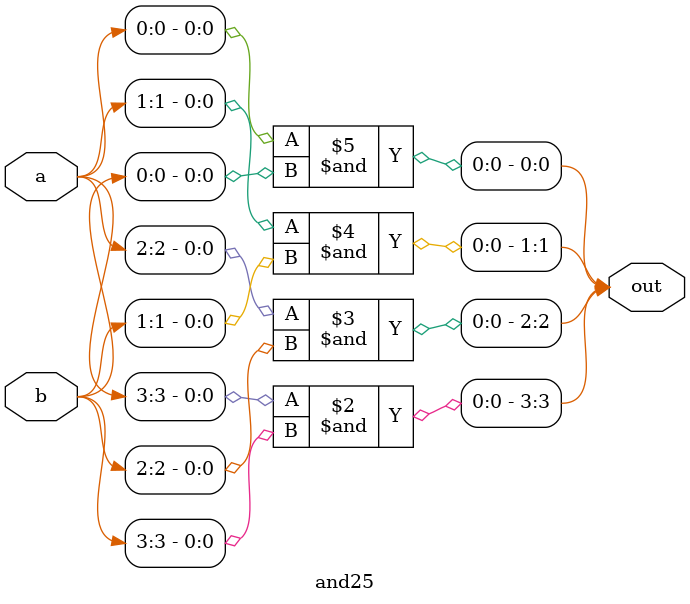
<source format=v>
module and25 (
    input wire [3:0] a,
    input wire [3:0] b,
    output reg [3:0] out
);
    always @(*) begin
        out[3] = a[3] & b[3];
        out[2] = a[2] & b[2];
        out[1] = a[1] & b[1];
        out[0] = a[0] & b[0];
    end

endmodule

</source>
